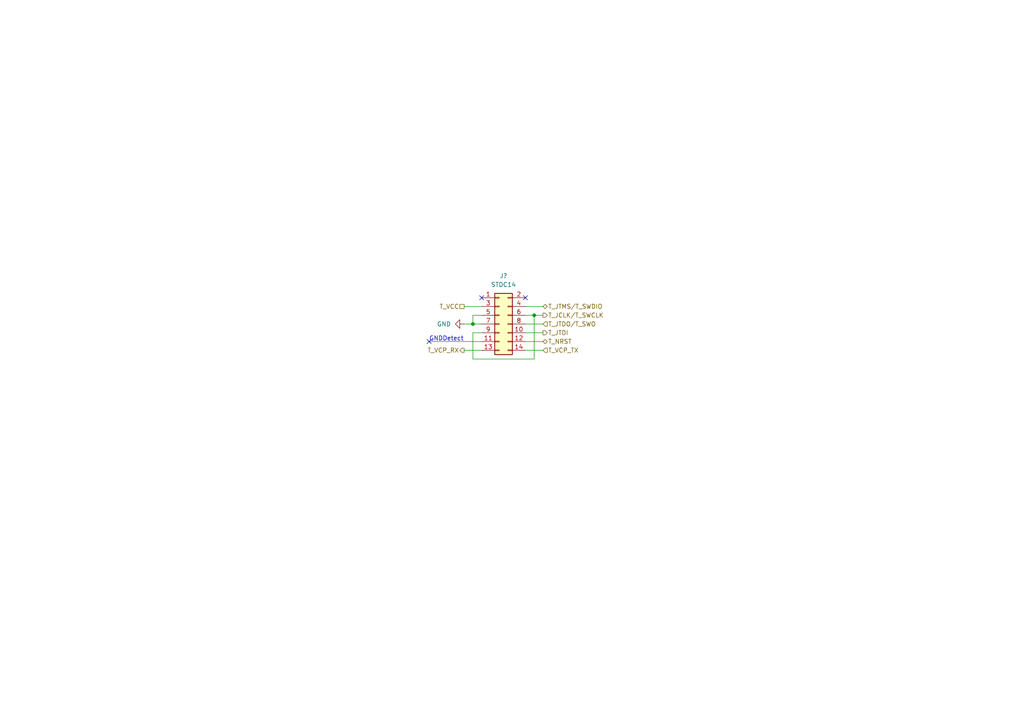
<source format=kicad_sch>
(kicad_sch (version 20230121) (generator eeschema)
  (paper "A4")
  (lib_symbols
    (symbol "Connector_Generic:Conn_02x07_Odd_Even" (pin_names (offset 1.016) hide)
      (property "Reference" "J" (at 1.27 10.16 0))
      (property "Value" "Conn_02x07_Odd_Even" (at 1.27 -10.16 0))
      (symbol "Conn_02x07_Odd_Even_1_1"
        (rectangle (start -1.27 -7.493) (end 0 -7.747) (stroke (width 0.1524)))
        (rectangle (start -1.27 -4.953) (end 0 -5.207) (stroke (width 0.1524)))
        (rectangle (start -1.27 -2.413) (end 0 -2.667) (stroke (width 0.1524)))
        (rectangle (start -1.27 0.127) (end 0 -0.127) (stroke (width 0.1524)))
        (rectangle (start -1.27 2.667) (end 0 2.413) (stroke (width 0.1524)))
        (rectangle (start -1.27 5.207) (end 0 4.953) (stroke (width 0.1524)))
        (rectangle (start -1.27 7.747) (end 0 7.493) (stroke (width 0.1524)))
        (rectangle (start -1.27 8.89) (end 3.81 -8.89) (stroke (width 0.254)) (fill (type background)))
        (rectangle (start 3.81 -7.493) (end 2.54 -7.747) (stroke (width 0.1524)))
        (rectangle (start 3.81 -4.953) (end 2.54 -5.207) (stroke (width 0.1524)))
        (rectangle (start 3.81 -2.413) (end 2.54 -2.667) (stroke (width 0.1524)))
        (rectangle (start 3.81 0.127) (end 2.54 -0.127) (stroke (width 0.1524)))
        (rectangle (start 3.81 2.667) (end 2.54 2.413) (stroke (width 0.1524)))
        (rectangle (start 3.81 5.207) (end 2.54 4.953) (stroke (width 0.1524)))
        (rectangle (start 3.81 7.747) (end 2.54 7.493) (stroke (width 0.1524)))
        (pin passive line (at -5.08 7.62 0) (length 3.81) (name "Pin_1") (number "1"))
        (pin passive line (at 7.62 -2.54 180) (length 3.81) (name "Pin_10") (number "10"))
        (pin passive line (at -5.08 -5.08 0) (length 3.81) (name "Pin_11") (number "11"))
        (pin passive line (at 7.62 -5.08 180) (length 3.81) (name "Pin_12") (number "12"))
        (pin passive line (at -5.08 -7.62 0) (length 3.81) (name "Pin_13") (number "13"))
        (pin passive line (at 7.62 -7.62 180) (length 3.81) (name "Pin_14") (number "14"))
        (pin passive line (at 7.62 7.62 180) (length 3.81) (name "Pin_2") (number "2"))
        (pin passive line (at -5.08 5.08 0) (length 3.81) (name "Pin_3") (number "3"))
        (pin passive line (at 7.62 5.08 180) (length 3.81) (name "Pin_4") (number "4"))
        (pin passive line (at -5.08 2.54 0) (length 3.81) (name "Pin_5") (number "5"))
        (pin passive line (at 7.62 2.54 180) (length 3.81) (name "Pin_6") (number "6"))
        (pin passive line (at -5.08 0 0) (length 3.81) (name "Pin_7") (number "7"))
        (pin passive line (at 7.62 0 180) (length 3.81) (name "Pin_8") (number "8"))
        (pin passive line (at -5.08 -2.54 0) (length 3.81) (name "Pin_9") (number "9"))
      )
    )
    (symbol "power:GND" (power) (pin_names (offset 0))
      (property "Value" "GND" (at 0 -3.81 0))
      (symbol "GND_0_1"
        (polyline (pts (xy 0 0) (xy 0 -1.27) (xy 1.27 -1.27) (xy 0 -2.54) (xy -1.27 -1.27) (xy 0 -1.27)))
      )
      (symbol "GND_1_1"
        (pin power_in line (at 0 0 270) (length 0) hide (name "GND") (number "1"))
      )
    )
  )
  (junction (at 154.94 91.44))
  (junction (at 137.16 93.98))
  (no_connect (at 124.46 99.06))
  (no_connect (at 152.4 86.36))
  (no_connect (at 139.7 86.36))
  (wire (pts (xy 134.62 101.6) (xy 139.7 101.6)))
  (wire (pts (xy 137.16 91.44) (xy 139.7 91.44)))
  (wire (pts (xy 157.48 96.52) (xy 152.4 96.52)))
  (wire (pts (xy 137.16 93.98) (xy 139.7 93.98)))
  (wire (pts (xy 154.94 91.44) (xy 152.4 91.44)))
  (wire (pts (xy 157.48 91.44) (xy 154.94 91.44)))
  (wire (pts (xy 137.16 91.44) (xy 137.16 93.98)))
  (wire (pts (xy 124.46 99.06) (xy 139.7 99.06)))
  (wire (pts (xy 157.48 99.06) (xy 152.4 99.06)))
  (wire (pts (xy 134.62 93.98) (xy 137.16 93.98)))
  (wire (pts (xy 157.48 101.6) (xy 152.4 101.6)))
  (wire (pts (xy 137.16 104.14) (xy 154.94 104.14)))
  (wire (pts (xy 157.48 88.9) (xy 152.4 88.9)))
  (wire (pts (xy 139.7 96.52) (xy 137.16 96.52)))
  (wire (pts (xy 157.48 93.98) (xy 152.4 93.98)))
  (wire (pts (xy 137.16 96.52) (xy 137.16 104.14)))
  (wire (pts (xy 154.94 104.14) (xy 154.94 91.44)))
  (wire (pts (xy 134.62 88.9) (xy 139.7 88.9)))
  (text "GNDDetect" (at 124.46 99.06 0) (effects (font (size 1.27 1.27)) (justify left bottom)))
  (hierarchical_label "T_JTMS{slash}T_SWDIO" (shape bidirectional) (at 157.48 88.9 0))
  (hierarchical_label "T_JTDO{slash}T_SWO" (shape input) (at 157.48 93.98 0))
  (hierarchical_label "T_NRST " (shape bidirectional) (at 157.48 99.06 0))
  (hierarchical_label "T_VCC" (shape passive) (at 134.62 88.9 180))
  (hierarchical_label "T_JCLK{slash}T_SWCLK" (shape output) (at 157.48 91.44 0))
  (hierarchical_label "T_VCP_TX" (shape input) (at 157.48 101.6 0))
  (hierarchical_label "T_VCP_RX" (shape output) (at 134.62 101.6 180))
  (hierarchical_label "T_JTDI" (shape output) (at 157.48 96.52 0))
  (symbol (lib_id "power:GND") (at 134.62 93.98 270) (unit 1)
    (property "Reference" "#PWR0401" (effects hide))
    (property "Value" "GND" (at 130.81 93.98 90) (effects (justify right)))
  )
  (symbol (lib_id "Connector_Generic:Conn_02x07_Odd_Even") (at 144.78 93.98 0) (unit 1)
    (property "Reference" "J?" (at 146.05 80.01 0))
    (property "Value" "STDC14" (at 146.05 82.55 0))
    (property "Footprint" "leptunKicadLib:FTSH-107-01-L-DV-K-A" (effects hide))
    (instances (project "STM32_144_dev_board1" (path "" (reference "J?") (unit 1))) (project "Avionus_Flight_Controller" (path "" (reference "J401") (unit 1))))
  )
)
</source>
